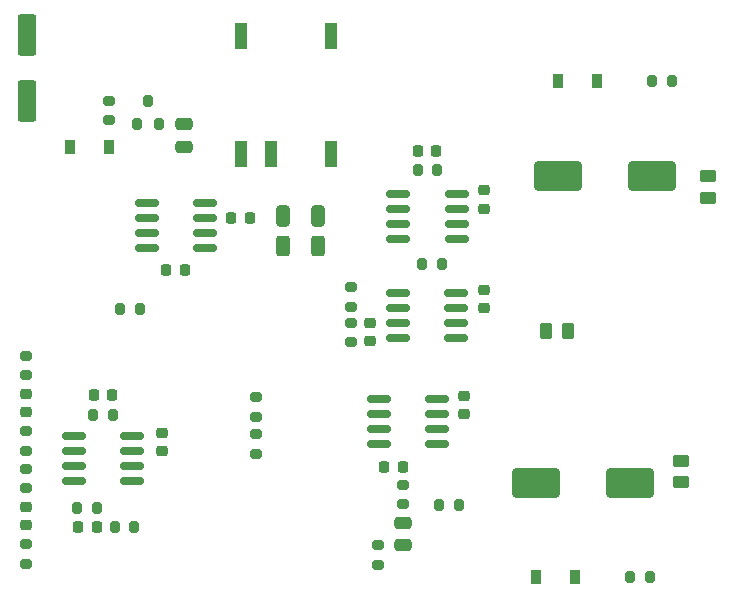
<source format=gtp>
%TF.GenerationSoftware,KiCad,Pcbnew,6.0.8-f2edbf62ab~116~ubuntu20.04.1*%
%TF.CreationDate,2022-10-07T00:55:20-04:00*%
%TF.ProjectId,SSTC_Audio_Isolator,53535443-5f41-4756-9469-6f5f49736f6c,rev?*%
%TF.SameCoordinates,Original*%
%TF.FileFunction,Paste,Top*%
%TF.FilePolarity,Positive*%
%FSLAX46Y46*%
G04 Gerber Fmt 4.6, Leading zero omitted, Abs format (unit mm)*
G04 Created by KiCad (PCBNEW 6.0.8-f2edbf62ab~116~ubuntu20.04.1) date 2022-10-07 00:55:20*
%MOMM*%
%LPD*%
G01*
G04 APERTURE LIST*
G04 Aperture macros list*
%AMRoundRect*
0 Rectangle with rounded corners*
0 $1 Rounding radius*
0 $2 $3 $4 $5 $6 $7 $8 $9 X,Y pos of 4 corners*
0 Add a 4 corners polygon primitive as box body*
4,1,4,$2,$3,$4,$5,$6,$7,$8,$9,$2,$3,0*
0 Add four circle primitives for the rounded corners*
1,1,$1+$1,$2,$3*
1,1,$1+$1,$4,$5*
1,1,$1+$1,$6,$7*
1,1,$1+$1,$8,$9*
0 Add four rect primitives between the rounded corners*
20,1,$1+$1,$2,$3,$4,$5,0*
20,1,$1+$1,$4,$5,$6,$7,0*
20,1,$1+$1,$6,$7,$8,$9,0*
20,1,$1+$1,$8,$9,$2,$3,0*%
G04 Aperture macros list end*
%ADD10R,0.900000X1.200000*%
%ADD11RoundRect,0.225000X0.250000X-0.225000X0.250000X0.225000X-0.250000X0.225000X-0.250000X-0.225000X0*%
%ADD12RoundRect,0.250000X-0.325000X-0.650000X0.325000X-0.650000X0.325000X0.650000X-0.325000X0.650000X0*%
%ADD13RoundRect,0.200000X0.200000X0.275000X-0.200000X0.275000X-0.200000X-0.275000X0.200000X-0.275000X0*%
%ADD14RoundRect,0.150000X-0.825000X-0.150000X0.825000X-0.150000X0.825000X0.150000X-0.825000X0.150000X0*%
%ADD15RoundRect,0.200000X-0.200000X-0.275000X0.200000X-0.275000X0.200000X0.275000X-0.200000X0.275000X0*%
%ADD16RoundRect,0.200000X0.275000X-0.200000X0.275000X0.200000X-0.275000X0.200000X-0.275000X-0.200000X0*%
%ADD17RoundRect,0.225000X-0.225000X-0.250000X0.225000X-0.250000X0.225000X0.250000X-0.225000X0.250000X0*%
%ADD18RoundRect,0.250000X0.312500X0.625000X-0.312500X0.625000X-0.312500X-0.625000X0.312500X-0.625000X0*%
%ADD19RoundRect,0.200000X0.200000X-0.300000X0.200000X0.300000X-0.200000X0.300000X-0.200000X-0.300000X0*%
%ADD20RoundRect,0.250000X0.450000X-0.262500X0.450000X0.262500X-0.450000X0.262500X-0.450000X-0.262500X0*%
%ADD21RoundRect,0.250000X-0.450000X0.262500X-0.450000X-0.262500X0.450000X-0.262500X0.450000X0.262500X0*%
%ADD22RoundRect,0.250000X-1.750000X-1.000000X1.750000X-1.000000X1.750000X1.000000X-1.750000X1.000000X0*%
%ADD23RoundRect,0.200000X-0.275000X0.200000X-0.275000X-0.200000X0.275000X-0.200000X0.275000X0.200000X0*%
%ADD24RoundRect,0.225000X0.225000X0.250000X-0.225000X0.250000X-0.225000X-0.250000X0.225000X-0.250000X0*%
%ADD25RoundRect,0.250000X0.475000X-0.250000X0.475000X0.250000X-0.475000X0.250000X-0.475000X-0.250000X0*%
%ADD26RoundRect,0.250000X0.550000X-1.500000X0.550000X1.500000X-0.550000X1.500000X-0.550000X-1.500000X0*%
%ADD27R,1.000000X2.300000*%
%ADD28RoundRect,0.250000X-0.262500X-0.450000X0.262500X-0.450000X0.262500X0.450000X-0.262500X0.450000X0*%
%ADD29RoundRect,0.225000X-0.250000X0.225000X-0.250000X-0.225000X0.250000X-0.225000X0.250000X0.225000X0*%
G04 APERTURE END LIST*
D10*
%TO.C,D3*%
X121300000Y-64900000D03*
X118000000Y-64900000D03*
%TD*%
D11*
%TO.C,C18*%
X153050000Y-70150000D03*
X153050000Y-68600000D03*
%TD*%
D12*
%TO.C,C9*%
X136025000Y-70800000D03*
X138975000Y-70800000D03*
%TD*%
D13*
%TO.C,R16*%
X168950000Y-59350000D03*
X167300000Y-59350000D03*
%TD*%
D14*
%TO.C,U7*%
X144125000Y-86245000D03*
X144125000Y-87515000D03*
X144125000Y-88785000D03*
X144125000Y-90055000D03*
X149075000Y-90055000D03*
X149075000Y-88785000D03*
X149075000Y-87515000D03*
X149075000Y-86245000D03*
%TD*%
D15*
%TO.C,R8*%
X122250000Y-78675000D03*
X123900000Y-78675000D03*
%TD*%
D16*
%TO.C,R1*%
X114300000Y-100200000D03*
X114300000Y-98550000D03*
%TD*%
D15*
%TO.C,R7*%
X119975000Y-87600000D03*
X121625000Y-87600000D03*
%TD*%
D16*
%TO.C,R11*%
X141800000Y-78450000D03*
X141800000Y-76800000D03*
%TD*%
D11*
%TO.C,C5*%
X125800000Y-90650000D03*
X125800000Y-89100000D03*
%TD*%
D13*
%TO.C,R21*%
X149075000Y-66850000D03*
X147425000Y-66850000D03*
%TD*%
D11*
%TO.C,C2*%
X114300000Y-96950000D03*
X114300000Y-95400000D03*
%TD*%
D16*
%TO.C,R12*%
X141800000Y-81450000D03*
X141800000Y-79800000D03*
%TD*%
D14*
%TO.C,U2*%
X124500000Y-69660000D03*
X124500000Y-70930000D03*
X124500000Y-72200000D03*
X124500000Y-73470000D03*
X129450000Y-73470000D03*
X129450000Y-72200000D03*
X129450000Y-70930000D03*
X129450000Y-69660000D03*
%TD*%
D17*
%TO.C,C8*%
X126150000Y-75315000D03*
X127700000Y-75315000D03*
%TD*%
D10*
%TO.C,D1*%
X159300000Y-59350000D03*
X162600000Y-59350000D03*
%TD*%
D18*
%TO.C,R24*%
X138962500Y-73300000D03*
X136037500Y-73300000D03*
%TD*%
D19*
%TO.C,Q1*%
X123650000Y-63000000D03*
X125550000Y-63000000D03*
X124600000Y-61000000D03*
%TD*%
D20*
%TO.C,R23*%
X172050000Y-69237500D03*
X172050000Y-67412500D03*
%TD*%
D10*
%TO.C,D2*%
X157450000Y-101300000D03*
X160750000Y-101300000D03*
%TD*%
D16*
%TO.C,R13*%
X144050000Y-100300000D03*
X144050000Y-98650000D03*
%TD*%
%TO.C,R5*%
X114300000Y-93800000D03*
X114300000Y-92150000D03*
%TD*%
%TO.C,R9*%
X133750000Y-87775000D03*
X133750000Y-86125000D03*
%TD*%
D21*
%TO.C,R22*%
X169750000Y-91487500D03*
X169750000Y-93312500D03*
%TD*%
D15*
%TO.C,R14*%
X149275000Y-95200000D03*
X150925000Y-95200000D03*
%TD*%
D22*
%TO.C,C16*%
X159300000Y-67350000D03*
X167300000Y-67350000D03*
%TD*%
D23*
%TO.C,R6*%
X114300000Y-89000000D03*
X114300000Y-90650000D03*
%TD*%
D17*
%TO.C,C13*%
X144600000Y-92000000D03*
X146150000Y-92000000D03*
%TD*%
D24*
%TO.C,C19*%
X149025000Y-65300000D03*
X147475000Y-65300000D03*
%TD*%
D23*
%TO.C,R2*%
X114300000Y-82600000D03*
X114300000Y-84250000D03*
%TD*%
D17*
%TO.C,C6*%
X120025000Y-85900000D03*
X121575000Y-85900000D03*
%TD*%
%TO.C,C7*%
X131650000Y-70900000D03*
X133200000Y-70900000D03*
%TD*%
D25*
%TO.C,C11*%
X146150000Y-98650000D03*
X146150000Y-96750000D03*
%TD*%
D13*
%TO.C,R3*%
X123450000Y-97100000D03*
X121800000Y-97100000D03*
%TD*%
D15*
%TO.C,R20*%
X147800000Y-74800000D03*
X149450000Y-74800000D03*
%TD*%
D26*
%TO.C,C1*%
X114350000Y-61000000D03*
X114350000Y-55400000D03*
%TD*%
D23*
%TO.C,R15*%
X146150000Y-93525000D03*
X146150000Y-95175000D03*
%TD*%
D27*
%TO.C,U4*%
X132440000Y-65550000D03*
X134980000Y-65550000D03*
X140060000Y-65550000D03*
X140060000Y-55550000D03*
X132440000Y-55550000D03*
%TD*%
D23*
%TO.C,R10*%
X133750000Y-89225000D03*
X133750000Y-90875000D03*
%TD*%
D11*
%TO.C,C14*%
X151350000Y-87550000D03*
X151350000Y-86000000D03*
%TD*%
D25*
%TO.C,C17*%
X127650000Y-64900000D03*
X127650000Y-63000000D03*
%TD*%
D11*
%TO.C,C12*%
X153050000Y-78550000D03*
X153050000Y-77000000D03*
%TD*%
D15*
%TO.C,R17*%
X165425000Y-101300000D03*
X167075000Y-101300000D03*
%TD*%
D14*
%TO.C,U1*%
X118300000Y-89380000D03*
X118300000Y-90650000D03*
X118300000Y-91920000D03*
X118300000Y-93190000D03*
X123250000Y-93190000D03*
X123250000Y-91920000D03*
X123250000Y-90650000D03*
X123250000Y-89380000D03*
%TD*%
D22*
%TO.C,C15*%
X157450000Y-93350000D03*
X165450000Y-93350000D03*
%TD*%
D14*
%TO.C,U8*%
X145775000Y-68895000D03*
X145775000Y-70165000D03*
X145775000Y-71435000D03*
X145775000Y-72705000D03*
X150725000Y-72705000D03*
X150725000Y-71435000D03*
X150725000Y-70165000D03*
X150725000Y-68895000D03*
%TD*%
D13*
%TO.C,R4*%
X120250000Y-95500000D03*
X118600000Y-95500000D03*
%TD*%
D23*
%TO.C,R19*%
X121300000Y-61000000D03*
X121300000Y-62650000D03*
%TD*%
D14*
%TO.C,U6*%
X145750000Y-77260000D03*
X145750000Y-78530000D03*
X145750000Y-79800000D03*
X145750000Y-81070000D03*
X150700000Y-81070000D03*
X150700000Y-79800000D03*
X150700000Y-78530000D03*
X150700000Y-77260000D03*
%TD*%
D11*
%TO.C,C10*%
X143400000Y-81350000D03*
X143400000Y-79800000D03*
%TD*%
D28*
%TO.C,R18*%
X158325000Y-80500000D03*
X160150000Y-80500000D03*
%TD*%
D29*
%TO.C,C3*%
X114300000Y-85800000D03*
X114300000Y-87350000D03*
%TD*%
D17*
%TO.C,C4*%
X118700000Y-97100000D03*
X120250000Y-97100000D03*
%TD*%
M02*

</source>
